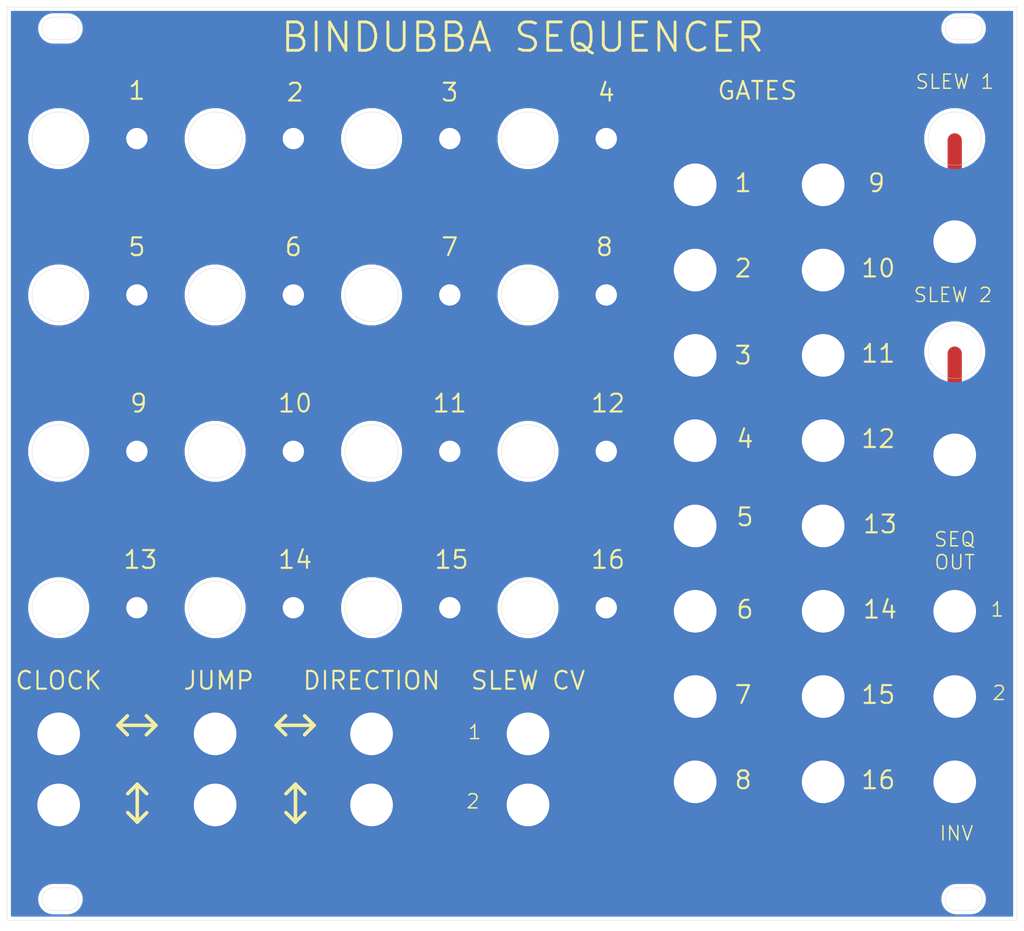
<source format=kicad_pcb>
(kicad_pcb (version 20171130) (host pcbnew "(5.1.5-0)")
  (layers (0 F.Cu signal) (31 B.Cu signal) (34 B.Paste user hide) (35 F.Paste user hide) (36 B.SilkS user hide) (37 F.SilkS user) (38 B.Mask user) (39 F.Mask user) (44 Edge.Cuts user))
  (net 0 "")
  (net 1 GND)
  (module "custom footprints:6mm_mounting_hole_thonkiconn" (layer F.Cu) (at 133.25 109)
    (fp_text reference TP1 hide)
    (fp_text value TestPoint)
    (pad 1 thru_hole circle (at 0 0) (size 6.1 6.1) (drill 6) (layers *.Cu *.Mask) (net 1 GND))
  )
  (module "custom footprints:3mm_mounting_hole_LED" (layer F.Cu) (at 18.25 84.5)
    (fp_text reference REF** hide)
    (fp_text value 3mm_mounting_hole_LED)
    (pad 1 thru_hole circle (at 0 0) (size 3.1 3.1) (drill 3) (layers *.Cu *.Mask) (net 1 GND))
  )
  (module "custom footprints:3mm_mounting_hole_LED" (layer F.Cu) (at 84.25 84.5)
    (fp_text reference REF** hide)
    (fp_text value 3mm_mounting_hole_LED)
    (pad 1 thru_hole circle (at 0 0) (size 3.1 3.1) (drill 3) (layers *.Cu *.Mask) (net 1 GND))
  )
  (module "custom footprints:3mm_mounting_hole_LED" (layer F.Cu) (at 40.25 84.5)
    (fp_text reference REF** hide)
    (fp_text value 3mm_mounting_hole_LED)
    (pad 1 thru_hole circle (at 0 0) (size 3.1 3.1) (drill 3) (layers *.Cu *.Mask) (net 1 GND))
  )
  (module "custom footprints:3mm_mounting_hole_LED" (layer F.Cu) (at 62.25 84.5)
    (fp_text reference REF** hide)
    (fp_text value 3mm_mounting_hole_LED)
    (pad 1 thru_hole circle (at 0 0) (size 3.1 3.1) (drill 3) (layers *.Cu *.Mask) (net 1 GND))
  )
  (module "custom footprints:3mm_mounting_hole_LED" (layer F.Cu) (at 18.25 62.5)
    (fp_text reference REF** hide)
    (fp_text value 3mm_mounting_hole_LED)
    (pad 1 thru_hole circle (at 0 0) (size 3.1 3.1) (drill 3) (layers *.Cu *.Mask) (net 1 GND))
  )
  (module "custom footprints:3mm_mounting_hole_LED" (layer F.Cu) (at 84.25 62.5)
    (fp_text reference REF** hide)
    (fp_text value 3mm_mounting_hole_LED)
    (pad 1 thru_hole circle (at 0 0) (size 3.1 3.1) (drill 3) (layers *.Cu *.Mask) (net 1 GND))
  )
  (module "custom footprints:3mm_mounting_hole_LED" (layer F.Cu) (at 40.25 62.5)
    (fp_text reference REF** hide)
    (fp_text value 3mm_mounting_hole_LED)
    (pad 1 thru_hole circle (at 0 0) (size 3.1 3.1) (drill 3) (layers *.Cu *.Mask) (net 1 GND))
  )
  (module "custom footprints:3mm_mounting_hole_LED" (layer F.Cu) (at 62.25 62.5)
    (fp_text reference REF** hide)
    (fp_text value 3mm_mounting_hole_LED)
    (pad 1 thru_hole circle (at 0 0) (size 3.1 3.1) (drill 3) (layers *.Cu *.Mask) (net 1 GND))
  )
  (module "custom footprints:3mm_mounting_hole_LED" (layer F.Cu) (at 62.25 40.5)
    (fp_text reference REF** hide)
    (fp_text value 3mm_mounting_hole_LED)
    (pad 1 thru_hole circle (at 0 0) (size 3.1 3.1) (drill 3) (layers *.Cu *.Mask) (net 1 GND))
  )
  (module "custom footprints:3mm_mounting_hole_LED" (layer F.Cu) (at 84.25 40.5)
    (fp_text reference REF** hide)
    (fp_text value 3mm_mounting_hole_LED)
    (pad 1 thru_hole circle (at 0 0) (size 3.1 3.1) (drill 3) (layers *.Cu *.Mask) (net 1 GND))
  )
  (module "custom footprints:3mm_mounting_hole_LED" (layer F.Cu) (at 40.25 40.5)
    (fp_text reference REF** hide)
    (fp_text value 3mm_mounting_hole_LED)
    (pad 1 thru_hole circle (at 0 0) (size 3.1 3.1) (drill 3) (layers *.Cu *.Mask) (net 1 GND))
  )
  (module "custom footprints:3mm_mounting_hole_LED" (layer F.Cu) (at 18.25 40.5)
    (fp_text reference REF** hide)
    (fp_text value 3mm_mounting_hole_LED)
    (pad 1 thru_hole circle (at 0 0) (size 3.1 3.1) (drill 3) (layers *.Cu *.Mask) (net 1 GND))
  )
  (module "custom footprints:3mm_mounting_hole_LED" (layer F.Cu) (at 84.25 18.5)
    (fp_text reference REF** hide)
    (fp_text value 3mm_mounting_hole_LED)
    (pad 1 thru_hole circle (at 0 0) (size 3.1 3.1) (drill 3) (layers *.Cu *.Mask) (net 1 GND))
  )
  (module "custom footprints:3mm_mounting_hole_LED" (layer F.Cu) (at 62.25 18.5)
    (fp_text reference REF** hide)
    (fp_text value 3mm_mounting_hole_LED)
    (pad 1 thru_hole circle (at 0 0) (size 3.1 3.1) (drill 3) (layers *.Cu *.Mask) (net 1 GND))
  )
  (module "custom footprints:3mm_mounting_hole_LED" (layer F.Cu) (at 40.25 18.5)
    (fp_text reference REF** hide)
    (fp_text value 3mm_mounting_hole_LED)
    (pad 1 thru_hole circle (at 0 0) (size 3.1 3.1) (drill 3) (layers *.Cu *.Mask) (net 1 GND))
  )
  (module "custom footprints:3mm_mounting_hole_LED" (layer F.Cu) (at 18.25 18.5)
    (fp_text reference REF** hide)
    (fp_text value 3mm_mounting_hole_LED)
    (pad 1 thru_hole circle (at 0 0) (size 3.1 3.1) (drill 3) (layers *.Cu *.Mask) (net 1 GND))
  )
  (module "custom footprints:6mm_mounting_hole_thonkiconn" (layer F.Cu) (at 133.25 85)
    (fp_text reference TP1 hide)
    (fp_text value TestPoint)
    (pad 1 thru_hole circle (at 0 0) (size 6.1 6.1) (drill 6) (layers *.Cu *.Mask) (net 1 GND))
  )
  (module "custom footprints:6mm_mounting_hole_thonkiconn" (layer F.Cu) (at 133.25 97)
    (fp_text reference TP1 hide)
    (fp_text value TestPoint)
    (pad 1 thru_hole circle (at 0 0) (size 6.1 6.1) (drill 6) (layers *.Cu *.Mask) (net 1 GND))
  )
  (module "custom footprints:6mm_mounting_hole_thonkiconn" (layer F.Cu) (at 133.25 63)
    (fp_text reference TP1 hide)
    (fp_text value TestPoint)
    (pad 1 thru_hole circle (at 0 0) (size 6.1 6.1) (drill 6) (layers *.Cu *.Mask) (net 1 GND))
  )
  (module "custom footprints:6mm_mounting_hole_thonkiconn" (layer F.Cu) (at 133.25 33)
    (fp_text reference TP1 hide)
    (fp_text value TestPoint)
    (pad 1 thru_hole circle (at 0 0) (size 6.1 6.1) (drill 6) (layers *.Cu *.Mask) (net 1 GND))
  )
  (module "custom footprints:6mm_mounting_hole_thonkiconn" (layer F.Cu) (at 114.75 61)
    (fp_text reference TP1 hide)
    (fp_text value TestPoint)
    (pad 1 thru_hole circle (at 0 0) (size 6.1 6.1) (drill 6) (layers *.Cu *.Mask) (net 1 GND))
  )
  (module "custom footprints:6mm_mounting_hole_thonkiconn" (layer F.Cu) (at 114.75 37)
    (fp_text reference TP1 hide)
    (fp_text value TestPoint)
    (pad 1 thru_hole circle (at 0 0) (size 6.1 6.1) (drill 6) (layers *.Cu *.Mask) (net 1 GND))
  )
  (module "custom footprints:6mm_mounting_hole_thonkiconn" (layer F.Cu) (at 114.75 49)
    (fp_text reference TP1 hide)
    (fp_text value TestPoint)
    (pad 1 thru_hole circle (at 0 0) (size 6.1 6.1) (drill 6) (layers *.Cu *.Mask) (net 1 GND))
  )
  (module "custom footprints:6mm_mounting_hole_thonkiconn" (layer F.Cu) (at 114.75 25)
    (fp_text reference TP1 hide)
    (fp_text value TestPoint)
    (pad 1 thru_hole circle (at 0 0) (size 6.1 6.1) (drill 6) (layers *.Cu *.Mask) (net 1 GND))
  )
  (module "custom footprints:6mm_mounting_hole_thonkiconn" (layer F.Cu) (at 114.75 109)
    (fp_text reference TP1 hide)
    (fp_text value TestPoint)
    (pad 1 thru_hole circle (at 0 0) (size 6.1 6.1) (drill 6) (layers *.Cu *.Mask) (net 1 GND))
  )
  (module "custom footprints:6mm_mounting_hole_thonkiconn" (layer F.Cu) (at 114.75 73)
    (fp_text reference TP1 hide)
    (fp_text value TestPoint)
    (pad 1 thru_hole circle (at 0 0) (size 6.1 6.1) (drill 6) (layers *.Cu *.Mask) (net 1 GND))
  )
  (module "custom footprints:6mm_mounting_hole_thonkiconn" (layer F.Cu) (at 114.75 97)
    (fp_text reference TP1 hide)
    (fp_text value TestPoint)
    (pad 1 thru_hole circle (at 0 0) (size 6.1 6.1) (drill 6) (layers *.Cu *.Mask) (net 1 GND))
  )
  (module "custom footprints:6mm_mounting_hole_thonkiconn" (layer F.Cu) (at 114.75 85)
    (fp_text reference TP1 hide)
    (fp_text value TestPoint)
    (pad 1 thru_hole circle (at 0 0) (size 6.1 6.1) (drill 6) (layers *.Cu *.Mask) (net 1 GND))
  )
  (module "custom footprints:6mm_mounting_hole_thonkiconn" (layer F.Cu) (at 96.75 109)
    (fp_text reference TP1 hide)
    (fp_text value TestPoint)
    (pad 1 thru_hole circle (at 0 0) (size 6.1 6.1) (drill 6) (layers *.Cu *.Mask) (net 1 GND))
  )
  (module "custom footprints:6mm_mounting_hole_thonkiconn" (layer F.Cu) (at 96.75 85)
    (fp_text reference TP1 hide)
    (fp_text value TestPoint)
    (pad 1 thru_hole circle (at 0 0) (size 6.1 6.1) (drill 6) (layers *.Cu *.Mask) (net 1 GND))
  )
  (module "custom footprints:6mm_mounting_hole_thonkiconn" (layer F.Cu) (at 96.75 97)
    (fp_text reference TP1 hide)
    (fp_text value TestPoint)
    (pad 1 thru_hole circle (at 0 0) (size 6.1 6.1) (drill 6) (layers *.Cu *.Mask) (net 1 GND))
  )
  (module "custom footprints:6mm_mounting_hole_thonkiconn" (layer F.Cu) (at 96.75 73)
    (fp_text reference TP1 hide)
    (fp_text value TestPoint)
    (pad 1 thru_hole circle (at 0 0) (size 6.1 6.1) (drill 6) (layers *.Cu *.Mask) (net 1 GND))
  )
  (module "custom footprints:6mm_mounting_hole_thonkiconn" (layer F.Cu) (at 96.75 61)
    (fp_text reference TP1 hide)
    (fp_text value TestPoint)
    (pad 1 thru_hole circle (at 0 0) (size 6.1 6.1) (drill 6) (layers *.Cu *.Mask) (net 1 GND))
  )
  (module "custom footprints:6mm_mounting_hole_thonkiconn" (layer F.Cu) (at 96.75 49)
    (fp_text reference TP1 hide)
    (fp_text value TestPoint)
    (pad 1 thru_hole circle (at 0 0) (size 6.1 6.1) (drill 6) (layers *.Cu *.Mask) (net 1 GND))
  )
  (module "custom footprints:6mm_mounting_hole_thonkiconn" (layer F.Cu) (at 96.75 37)
    (fp_text reference TP1 hide)
    (fp_text value TestPoint)
    (pad 1 thru_hole circle (at 0 0) (size 6.1 6.1) (drill 6) (layers *.Cu *.Mask) (net 1 GND))
  )
  (module "custom footprints:6mm_mounting_hole_thonkiconn" (layer F.Cu) (at 96.75 25)
    (fp_text reference TP1 hide)
    (fp_text value TestPoint)
    (pad 1 thru_hole circle (at 0 0) (size 6.1 6.1) (drill 6) (layers *.Cu *.Mask) (net 1 GND))
  )
  (module "custom footprints:6mm_mounting_hole_thonkiconn" (layer F.Cu) (at 29.25 112.25)
    (fp_text reference TP1 hide)
    (fp_text value TestPoint)
    (pad 1 thru_hole circle (at 0 0) (size 6.1 6.1) (drill 6) (layers *.Cu *.Mask) (net 1 GND))
  )
  (module "custom footprints:6mm_mounting_hole_thonkiconn" (layer F.Cu) (at 51.25 112.25)
    (fp_text reference TP1 hide)
    (fp_text value TestPoint)
    (pad 1 thru_hole circle (at 0 0) (size 6.1 6.1) (drill 6) (layers *.Cu *.Mask) (net 1 GND))
  )
  (module "custom footprints:6mm_mounting_hole_thonkiconn" (layer F.Cu) (at 73.25 112.25)
    (fp_text reference TP1 hide)
    (fp_text value TestPoint)
    (pad 1 thru_hole circle (at 0 0) (size 6.1 6.1) (drill 6) (layers *.Cu *.Mask) (net 1 GND))
  )
  (module "custom footprints:6mm_mounting_hole_thonkiconn" (layer F.Cu) (at 7.25 112.25)
    (fp_text reference TP1 hide)
    (fp_text value TestPoint)
    (pad 1 thru_hole circle (at 0 0) (size 6.1 6.1) (drill 6) (layers *.Cu *.Mask) (net 1 GND))
  )
  (module "custom footprints:6mm_mounting_hole_thonkiconn" (layer F.Cu) (at 73.25 102.25)
    (fp_text reference TP1 hide)
    (fp_text value TestPoint)
    (pad 1 thru_hole circle (at 0 0) (size 6.1 6.1) (drill 6) (layers *.Cu *.Mask) (net 1 GND))
  )
  (module "custom footprints:potleaf_small_copper" (layer F.Cu) (at 71 124.5)
    (fp_text reference REF** hide)
    (fp_text value potleaf_small_copper)
    (fp_poly (pts (xy -3.4036 -3.9751) (xy -3.0861 -3.7338) (xy -2.52095 -3.4163) (xy -1.92405 -2.9845) (xy -1.5494 -2.6035) (xy -1.14935 -2.03835) (xy -0.55245 -0.85725) (xy -0.254 -0.2921) (xy -0.2413 -0.2794) (xy -0.5715 -0.254) (xy -0.6731 -0.3048) (xy -1.0287 -0.55245) (xy -1.4351 -0.92075) (xy -1.7653 -1.27) (xy -2.1209 -1.7018) (xy -2.4003 -2.1209) (xy -2.5908 -2.3749) (xy -2.8448 -2.8321) (xy -3.0988 -3.2004) (xy -3.3401 -3.6195) (xy -3.6195 -4.1783)) (layer F.Cu) (width 0.1))
    (fp_poly (pts (xy -1.997075 -0.796925) (xy -1.660525 -0.701675) (xy -1.397 -0.6096) (xy -0.6985 -0.2032) (xy -0.66802 -0.17526) (xy -0.6604 -0.1905) (xy -0.6604 -0.1778) (xy -0.66802 -0.17526) (xy -0.7493 -0.0127) (xy -0.3556 0.127) (xy -0.56515 0.1524) (xy -0.95885 0.1778) (xy -1.4351 0.1778) (xy -1.8796 0.1143) (xy -2.3622 0) (xy -2.7559 -0.1143) (xy -3.1623 -0.3429) (xy -3.4798 -0.5715) (xy -3.8862 -0.6985) (xy -3.2385 -0.7493) (xy -2.7051 -0.7874) (xy -2.24155 -0.79375)) (layer F.Cu) (width 0.1))
    (fp_poly (pts (xy -0.13335 0.2667) (xy -0.50165 0.6985) (xy -0.9398 0.97155) (xy -1.3208 1.11125) (xy -2.0701 1.27635) (xy -1.5875 0.7493) (xy -1.1938 0.4826) (xy -0.8255 0.2794) (xy -0.3556 0.2032) (xy -0.3302 0.2032)) (layer F.Cu) (width 0.1))
    (fp_poly (pts (xy 0 -0.2159) (xy -0.211138 -0.022225) (xy 0.007937 0.073025) (xy 0.758825 0.61595) (xy 0.57785 0.7112) (xy 0 0.254) (xy 0.0127 1.3462) (xy -0.1016 1.2065) (xy -0.10795 0.3175) (xy -0.0635 0.3175) (xy -0.4445 0.1016) (xy -0.73025 -0.0508) (xy -0.56515 -0.3302)) (layer F.Cu) (width 0.1))
    (fp_poly (pts (xy 0.64135 0.2413) (xy 1.1938 0.5207) (xy 1.520825 0.847725) (xy 1.655763 1.077913) (xy 1.887538 1.347788) (xy 1.58115 1.26365) (xy 1.32715 1.18745) (xy 1.14935 1.12395) (xy 0.7747 0.9906) (xy 0.415925 0.796925) (xy 0.155575 0.511175) (xy 0.03175 0.34925) (xy 0.09525 0.38735) (xy 0.06985 0.32385) (xy 0.13335 0.1524)) (layer F.Cu) (width 0.1))
    (fp_poly (pts (xy 3.0734 -0.762) (xy 3.5052 -0.7366) (xy 4.083207 -0.726057) (xy 3.4036 -0.5715) (xy 2.9718 -0.381) (xy 2.6289 -0.1651) (xy 2.2098 0) (xy 1.6764 0.0889) (xy 1.2319 0.1143) (xy 0.65405 0.09525) (xy 0.0762 0.0762) (xy 0.0127 0) (xy 0.2286 -0.0635) (xy 0.235585 -0.1143) (xy 0.551815 -0.2413) (xy 1.08585 -0.4699) (xy 1.6383 -0.6731) (xy 2.032 -0.7874) (xy 2.4765 -0.7874)) (layer F.Cu) (width 0.1))
    (fp_poly (pts (xy 3.0607 -3.4163) (xy 2.8194 -2.921) (xy 2.6162 -2.4638) (xy 2.35585 -1.9431) (xy 2.0828 -1.5875) (xy 1.77165 -1.17475) (xy 1.30175 -0.78105) (xy 0.8001 -0.4445) (xy -0.3048 0.1524) (xy -0.2794 -0.1778) (xy 0.0254 -0.2286) (xy 0.27305 -0.66675) (xy 0.48895 -1.1303) (xy 0.65405 -1.4605) (xy 0.8382 -1.7526) (xy 1.0033 -2.0701) (xy 1.2827 -2.4257) (xy 1.5621 -2.7432) (xy 1.8923 -3.0353) (xy 2.2352 -3.2639) (xy 2.6162 -3.5179) (xy 3.0099 -3.7846) (xy 3.5433 -4.1783)) (layer F.Cu) (width 0.1))
    (fp_poly (pts (xy 0.2159 -5.5499) (xy 0.3175 -5.0673) (xy 0.4318 -4.6101) (xy 0.51435 -4.2799) (xy 0.57785 -3.8989) (xy 0.6223 -3.3782) (xy 0.6223 -2.8448) (xy 0.5715 -2.2606) (xy 0.508 -1.7399) (xy 0.365125 -1.2446) (xy 0.066675 -0.2286) (xy -0.14605 -0.2794) (xy -0.381 -1.1938) (xy -0.554038 -2.0574) (xy -0.538163 -2.8448) (xy -0.485775 -3.5052) (xy -0.32385 -4.2799) (xy -0.0889 -5.0927) (xy 0.0381 -5.8674) (xy 0.1016 -6.3881)) (layer F.Cu) (width 0.1))
  )
  (module "custom footprints:6mm_mounting_hole_thonkiconn" (layer F.Cu) (at 7.25 102.25)
    (fp_text reference TP1 hide)
    (fp_text value TestPoint)
    (pad 1 thru_hole circle (at 0 0) (size 6.1 6.1) (drill 6) (layers *.Cu *.Mask) (net 1 GND))
  )
  (module "custom footprints:6mm_mounting_hole_thonkiconn" (layer F.Cu) (at 51.25 102.25)
    (fp_text reference TP1 hide)
    (fp_text value TestPoint)
    (pad 1 thru_hole circle (at 0 0) (size 6.1 6.1) (drill 6) (layers *.Cu *.Mask) (net 1 GND))
  )
  (module "custom footprints:6mm_mounting_hole_thonkiconn" (layer F.Cu) (at 29.25 102.25)
    (fp_text reference TP1 hide)
    (fp_text value TestPoint)
    (pad 1 thru_hole circle (at 0 0) (size 6.1 6.1) (drill 6) (layers *.Cu *.Mask) (net 1 GND))
  )
  (gr_line (start 7.25 102) (end 7.25 112.25) (layer F.Cu) (width 2))
  (gr_line (start 29.25 102) (end 29.25 112.25) (layer F.Cu) (width 2))
  (gr_line (start 51.25 102.25) (end 51.25 112.5) (layer F.Cu) (width 2))
  (gr_line (start 73.25 102.25) (end 73.25 112.5) (layer F.Cu) (width 2))
  (gr_line (start 133.25 84) (end 133.25 109.75) (layer F.Cu) (width 2))
  (gr_line (start 133.25 48.75) (end 133.25 63.25) (layer F.Cu) (width 2))
  (gr_line (start 133.25 18.75) (end 133.25 33.25) (layer F.Cu) (width 2))
  (gr_line (start 114.75 24.75) (end 114.75 108.75) (layer F.Cu) (width 2))
  (gr_line (start 96.75 25) (end 96.75 109) (layer F.Cu) (width 2))
  (gr_text GATES (at 105.5 11.75) (layer F.SilkS) (effects (font (size 2.5 2.5) (thickness 0.3))))
  (gr_text "SLEW 1" (at 133.25 10.5) (layer F.SilkS) (effects (font (size 2 2) (thickness 0.2))))
  (gr_text "SLEW 2" (at 133 40.5) (layer F.SilkS) (effects (font (size 2 2) (thickness 0.2))))
  (gr_text INV (at 133.5 116.25) (layer F.SilkS) (effects (font (size 2 2) (thickness 0.2))))
  (gr_text "SEQ\nOUT" (at 133.25 76.5) (layer F.SilkS) (effects (font (size 2 2) (thickness 0.2))))
  (gr_text 1 (at 139.25 84.75) (layer F.SilkS) (effects (font (size 2 2) (thickness 0.2))))
  (gr_text 2 (at 139.5 96.5) (layer F.SilkS) (effects (font (size 2 2) (thickness 0.2))))
  (gr_text 8 (at 103.5 108.75) (layer F.SilkS) (effects (font (size 2.5 2.5) (thickness 0.3))))
  (gr_text 7 (at 103.5 96.75) (layer F.SilkS) (effects (font (size 2.5 2.5) (thickness 0.3))))
  (gr_text 6 (at 103.75 84.75) (layer F.SilkS) (effects (font (size 2.5 2.5) (thickness 0.3))))
  (gr_text 5 (at 103.75 71.75) (layer F.SilkS) (effects (font (size 2.5 2.5) (thickness 0.3))))
  (gr_text 4 (at 103.75 60.75) (layer F.SilkS) (effects (font (size 2.5 2.5) (thickness 0.3))))
  (gr_text 3 (at 103.5 49) (layer F.SilkS) (effects (font (size 2.5 2.5) (thickness 0.3))))
  (gr_text 2 (at 103.5 36.75) (layer F.SilkS) (effects (font (size 2.5 2.5) (thickness 0.3))))
  (gr_text 1 (at 103.5 24.75) (layer F.SilkS) (effects (font (size 2.5 2.5) (thickness 0.3))))
  (gr_text 9 (at 122.25 24.75) (layer F.SilkS) (effects (font (size 2.5 2.5) (thickness 0.3))))
  (gr_text 10 (at 122.5 36.75) (layer F.SilkS) (effects (font (size 2.5 2.5) (thickness 0.3))))
  (gr_text 11 (at 122.5 48.75) (layer F.SilkS) (effects (font (size 2.5 2.5) (thickness 0.3))))
  (gr_text 12 (at 122.5 60.75) (layer F.SilkS) (effects (font (size 2.5 2.5) (thickness 0.3))))
  (gr_text 13 (at 122.75 72.75) (layer F.SilkS) (effects (font (size 2.5 2.5) (thickness 0.3))))
  (gr_text 14 (at 122.75 84.75) (layer F.SilkS) (effects (font (size 2.5 2.5) (thickness 0.3))))
  (gr_text 15 (at 122.5 96.75) (layer F.SilkS) (effects (font (size 2.5 2.5) (thickness 0.3))))
  (gr_text 16 (at 122.5 108.75) (layer F.SilkS) (effects (font (size 2.5 2.5) (thickness 0.3))))
  (gr_text ↔ (at 17.75 112 90) (layer F.SilkS) (effects (font (size 7 7) (thickness 0.5))))
  (gr_text ↔ (at 40 112 90) (layer F.SilkS) (effects (font (size 7 7) (thickness 0.5))))
  (gr_text ↔ (at 40.5 100.5) (layer F.SilkS) (effects (font (size 7 7) (thickness 0.5))))
  (gr_text ↔ (at 18.25 100.5) (layer F.SilkS) (effects (font (size 7 7) (thickness 0.5))))
  (gr_text 2 (at 65.5 111.75) (layer F.SilkS) (effects (font (size 2 2) (thickness 0.2))))
  (gr_text 1 (at 65.75 102) (layer F.SilkS) (effects (font (size 2 2) (thickness 0.2))))
  (gr_text "SLEW CV" (at 73.25 94.75) (layer F.SilkS) (effects (font (size 2.5 2.5) (thickness 0.3))))
  (gr_text DIRECTION (at 51.25 94.75) (layer F.SilkS) (effects (font (size 2.5 2.5) (thickness 0.3))))
  (gr_text JUMP (at 29.75 94.75) (layer F.SilkS) (effects (font (size 2.5 2.5) (thickness 0.3))))
  (gr_text CLOCK (at 7.25 94.75) (layer F.SilkS) (effects (font (size 2.5 2.5) (thickness 0.3))))
  (gr_text 16 (at 84.5 77.75) (layer F.SilkS) (effects (font (size 2.5 2.5) (thickness 0.3))))
  (gr_text 15 (at 62.5 77.75) (layer F.SilkS) (effects (font (size 2.5 2.5) (thickness 0.3))))
  (gr_text 14 (at 40.5 77.75) (layer F.SilkS) (effects (font (size 2.5 2.5) (thickness 0.3))))
  (gr_text 13 (at 18.75 77.75) (layer F.SilkS) (effects (font (size 2.5 2.5) (thickness 0.3))))
  (gr_text 12 (at 84.5 55.75) (layer F.SilkS) (effects (font (size 2.5 2.5) (thickness 0.3))))
  (gr_text 11 (at 62.25 55.75) (layer F.SilkS) (effects (font (size 2.5 2.5) (thickness 0.3))))
  (gr_text 10 (at 40.5 55.75) (layer F.SilkS) (effects (font (size 2.5 2.5) (thickness 0.3))))
  (gr_text 9 (at 18.5 55.75) (layer F.SilkS) (effects (font (size 2.5 2.5) (thickness 0.3))))
  (gr_text 8 (at 84 33.75) (layer F.SilkS) (effects (font (size 2.5 2.5) (thickness 0.3))))
  (gr_text 7 (at 62.25 33.75) (layer F.SilkS) (effects (font (size 2.5 2.5) (thickness 0.3))))
  (gr_text 6 (at 40.25 33.75) (layer F.SilkS) (effects (font (size 2.5 2.5) (thickness 0.3))))
  (gr_text 5 (at 18.25 33.75) (layer F.SilkS) (effects (font (size 2.5 2.5) (thickness 0.3))))
  (gr_text 4 (at 84.25 12) (layer F.SilkS) (effects (font (size 2.5 2.5) (thickness 0.3))))
  (gr_text 3 (at 62.25 12) (layer F.SilkS) (effects (font (size 2.5 2.5) (thickness 0.3))))
  (gr_circle (center 62.25 84.5) (end 64.25 84.5) (layer F.Cu) (width 1))
  (gr_circle (center 84.25 84.5) (end 86.25 84.5) (layer F.Cu) (width 1))
  (gr_circle (center 18.25 84.5) (end 20.25 84.5) (layer F.Cu) (width 1))
  (gr_circle (center 40.25 84.5) (end 42.25 84.5) (layer F.Cu) (width 1))
  (gr_circle (center 62.25 62.5) (end 64.25 62.5) (layer F.Cu) (width 1))
  (gr_circle (center 84.25 62.5) (end 86.25 62.5) (layer F.Cu) (width 1))
  (gr_circle (center 18.25 62.5) (end 20.25 62.5) (layer F.Cu) (width 1))
  (gr_circle (center 40.25 62.5) (end 42.25 62.5) (layer F.Cu) (width 1))
  (gr_circle (center 84.25 40.5) (end 86.25 40.5) (layer F.Cu) (width 1))
  (gr_circle (center 62.25 40.5) (end 64.25 40.5) (layer F.Cu) (width 1))
  (gr_circle (center 40.25 40.5) (end 42.25 40.5) (layer F.Cu) (width 1))
  (gr_circle (center 18.25 40.5) (end 20.25 40.5) (layer F.Cu) (width 1))
  (gr_circle (center 84.25 18.5) (end 86.25 18.5) (layer F.Cu) (width 1))
  (gr_circle (center 62.25 18.5) (end 64.25 18.5) (layer F.Cu) (width 1))
  (gr_circle (center 40.25 18.5) (end 42.25 18.5) (layer F.Cu) (width 1))
  (gr_circle (center 18.25 18.5) (end 20.25 18.5) (layer F.Cu) (width 1))
  (gr_circle (center 133.25 48.5) (end 137 48.5) (layer Edge.Cuts) (width 0.05))
  (gr_circle (center 133.25 18.5) (end 137 18.5) (layer Edge.Cuts) (width 0.05))
  (gr_circle (center 73.25 40.5) (end 77 40.5) (layer Edge.Cuts) (width 0.05))
  (gr_circle (center 73.25 62.5) (end 77 62.5) (layer Edge.Cuts) (width 0.05))
  (gr_circle (center 73.25 84.5) (end 77 84.5) (layer Edge.Cuts) (width 0.05))
  (gr_circle (center 73.25 18.5) (end 77 18.5) (layer Edge.Cuts) (width 0.05))
  (gr_circle (center 51.25 62.5) (end 55 62.5) (layer Edge.Cuts) (width 0.05))
  (gr_circle (center 51.25 40.5) (end 55 40.5) (layer Edge.Cuts) (width 0.05))
  (gr_circle (center 51.25 84.5) (end 55 84.5) (layer Edge.Cuts) (width 0.05))
  (gr_circle (center 51.25 18.5) (end 55 18.5) (layer Edge.Cuts) (width 0.05))
  (gr_circle (center 29.25 18.5) (end 33 18.5) (layer Edge.Cuts) (width 0.05))
  (gr_circle (center 29.25 40.5) (end 33 40.5) (layer Edge.Cuts) (width 0.05))
  (gr_circle (center 29.25 84.5) (end 33 84.5) (layer Edge.Cuts) (width 0.05))
  (gr_circle (center 29.25 62.5) (end 33 62.5) (layer Edge.Cuts) (width 0.05))
  (gr_circle (center 7.25 84.5) (end 11 84.5) (layer Edge.Cuts) (width 0.05))
  (gr_circle (center 7.25 62.5) (end 11 62.5) (layer Edge.Cuts) (width 0.05))
  (gr_text 2 (at 40.5 12) (layer F.SilkS) (effects (font (size 2.5 2.5) (thickness 0.3))))
  (gr_circle (center 7.25 40.5) (end 11 40.5) (layer Edge.Cuts) (width 0.05))
  (gr_text "BINDUBBA SEQUENCER" (at 72.5 4.25) (layer F.SilkS) (effects (font (size 4 4) (thickness 0.4))))
  (gr_text 1 (at 18.25 11.75) (layer F.SilkS) (effects (font (size 2.5 2.5) (thickness 0.3))))
  (gr_circle (center 7.25 18.5) (end 11 18.5) (layer Edge.Cuts) (width 0.05))
  (gr_arc (start 8.5 125.5) (end 8.5 127.1) (angle -180) (layer Edge.Cuts) (width 0.05))
  (gr_line (start 6.5 123.9) (end 8.5 123.9) (layer Edge.Cuts) (width 0.05))
  (gr_arc (start 6.5 125.5) (end 6.5 123.9) (angle -180) (layer Edge.Cuts) (width 0.05))
  (gr_line (start 6.5 127.1) (end 8.5 127.1) (layer Edge.Cuts) (width 0.05))
  (gr_arc (start 8.5 3) (end 8.5 4.6) (angle -180) (layer Edge.Cuts) (width 0.05))
  (gr_line (start 6.5 1.4) (end 8.5 1.4) (layer Edge.Cuts) (width 0.05))
  (gr_arc (start 6.5 3) (end 6.5 1.4) (angle -180) (layer Edge.Cuts) (width 0.05))
  (gr_line (start 6.5 4.6) (end 8.5 4.6) (layer Edge.Cuts) (width 0.05))
  (gr_arc (start 135.5 125.5) (end 135.5 127.1) (angle -180) (layer Edge.Cuts) (width 0.05))
  (gr_line (start 133.5 123.9) (end 135.5 123.9) (layer Edge.Cuts) (width 0.05))
  (gr_arc (start 133.5 125.5) (end 133.5 123.9) (angle -180) (layer Edge.Cuts) (width 0.05))
  (gr_line (start 133.5 127.1) (end 135.5 127.1) (layer Edge.Cuts) (width 0.05))
  (gr_line (start 133.5 1.4) (end 135.5 1.4) (layer Edge.Cuts) (width 0.05))
  (gr_line (start 133.5 4.6) (end 135.5 4.6) (layer Edge.Cuts) (width 0.05))
  (gr_arc (start 133.5 3) (end 133.5 1.4) (angle -180) (layer Edge.Cuts) (width 0.05))
  (gr_arc (start 135.5 3) (end 135.5 4.6) (angle -180) (layer Edge.Cuts) (width 0.05))
  (gr_line (start 0 128.5) (end 0 0) (layer Edge.Cuts) (width 0.05))
  (gr_line (start 142 128.5) (end 0 128.5) (layer Edge.Cuts) (width 0.05))
  (gr_line (start 142 0) (end 142 128.5) (layer Edge.Cuts) (width 0.05))
  (gr_line (start 0 0) (end 142 0) (layer Edge.Cuts) (width 0.05))
  (zone (net 1) (net_name GND) (layer B.Cu) (connect_pads yes (clearance 0.508)) (min_thickness 0.254) (fill yes (arc_segments 32) (thermal_gap 0.508) (thermal_bridge_width 0.508))
    (polygon (pts (xy 143 130) (xy -1 130) (xy -1 -1) (xy 143 -1)))
  )
)
</source>
